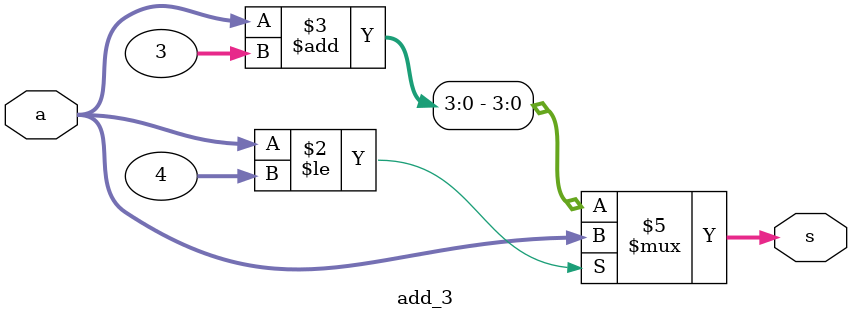
<source format=v>
`timescale 1ns / 1ps


module add_3(
input [3:0] a,
output reg [3:0] s
    );
    always @* begin
    if (a<=4)
    s=a;
    else
    s=a+3;
    end
    
endmodule

</source>
